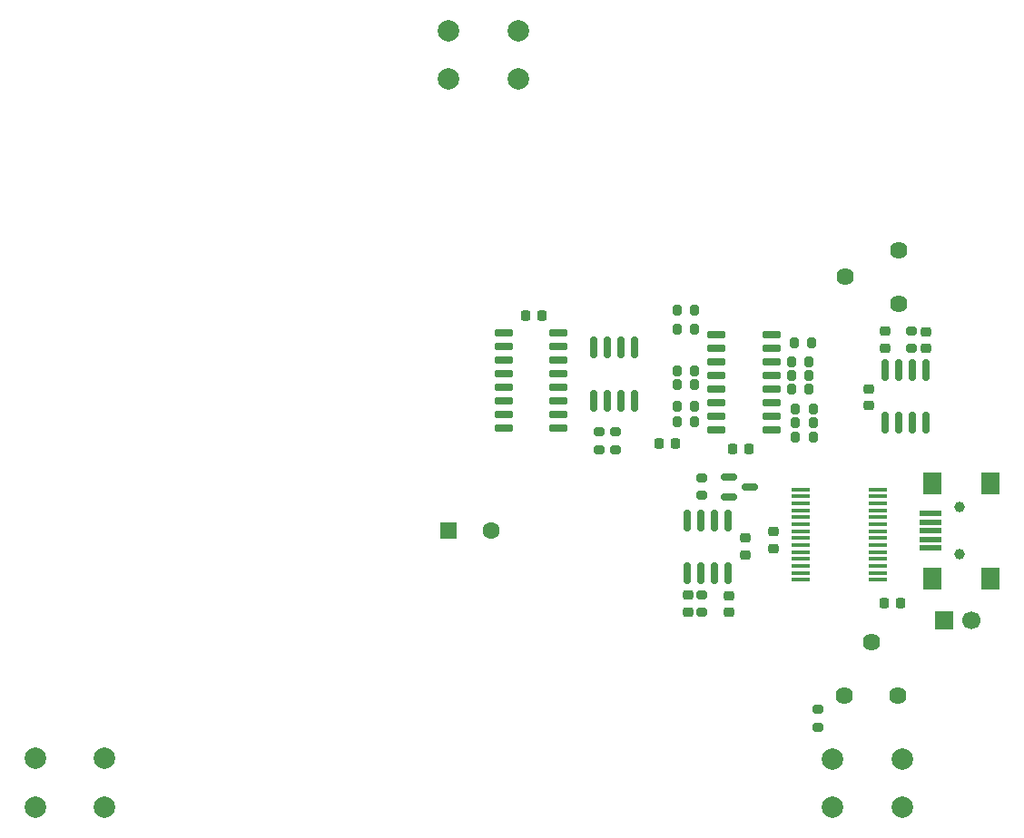
<source format=gbr>
%TF.GenerationSoftware,KiCad,Pcbnew,9.0.1*%
%TF.CreationDate,2025-05-14T21:44:34-03:00*%
%TF.ProjectId,queremate_pd_safe,71756572-656d-4617-9465-5f70645f7361,rev?*%
%TF.SameCoordinates,Original*%
%TF.FileFunction,Soldermask,Top*%
%TF.FilePolarity,Negative*%
%FSLAX46Y46*%
G04 Gerber Fmt 4.6, Leading zero omitted, Abs format (unit mm)*
G04 Created by KiCad (PCBNEW 9.0.1) date 2025-05-14 21:44:34*
%MOMM*%
%LPD*%
G01*
G04 APERTURE LIST*
G04 Aperture macros list*
%AMRoundRect*
0 Rectangle with rounded corners*
0 $1 Rounding radius*
0 $2 $3 $4 $5 $6 $7 $8 $9 X,Y pos of 4 corners*
0 Add a 4 corners polygon primitive as box body*
4,1,4,$2,$3,$4,$5,$6,$7,$8,$9,$2,$3,0*
0 Add four circle primitives for the rounded corners*
1,1,$1+$1,$2,$3*
1,1,$1+$1,$4,$5*
1,1,$1+$1,$6,$7*
1,1,$1+$1,$8,$9*
0 Add four rect primitives between the rounded corners*
20,1,$1+$1,$2,$3,$4,$5,0*
20,1,$1+$1,$4,$5,$6,$7,0*
20,1,$1+$1,$6,$7,$8,$9,0*
20,1,$1+$1,$8,$9,$2,$3,0*%
G04 Aperture macros list end*
%ADD10RoundRect,0.225000X0.225000X0.250000X-0.225000X0.250000X-0.225000X-0.250000X0.225000X-0.250000X0*%
%ADD11RoundRect,0.225000X0.250000X-0.225000X0.250000X0.225000X-0.250000X0.225000X-0.250000X-0.225000X0*%
%ADD12RoundRect,0.200000X0.275000X-0.200000X0.275000X0.200000X-0.275000X0.200000X-0.275000X-0.200000X0*%
%ADD13RoundRect,0.200000X-0.200000X-0.275000X0.200000X-0.275000X0.200000X0.275000X-0.200000X0.275000X0*%
%ADD14RoundRect,0.150000X0.150000X-0.825000X0.150000X0.825000X-0.150000X0.825000X-0.150000X-0.825000X0*%
%ADD15C,1.620000*%
%ADD16RoundRect,0.225000X-0.225000X-0.250000X0.225000X-0.250000X0.225000X0.250000X-0.225000X0.250000X0*%
%ADD17RoundRect,0.200000X0.200000X0.275000X-0.200000X0.275000X-0.200000X-0.275000X0.200000X-0.275000X0*%
%ADD18R,1.700000X1.700000*%
%ADD19C,1.700000*%
%ADD20RoundRect,0.200000X-0.275000X0.200000X-0.275000X-0.200000X0.275000X-0.200000X0.275000X0.200000X0*%
%ADD21RoundRect,0.225000X-0.250000X0.225000X-0.250000X-0.225000X0.250000X-0.225000X0.250000X0.225000X0*%
%ADD22RoundRect,0.150000X-0.725000X-0.150000X0.725000X-0.150000X0.725000X0.150000X-0.725000X0.150000X0*%
%ADD23R,1.600000X1.600000*%
%ADD24C,1.600000*%
%ADD25C,2.000000*%
%ADD26RoundRect,0.150000X-0.150000X0.825000X-0.150000X-0.825000X0.150000X-0.825000X0.150000X0.825000X0*%
%ADD27RoundRect,0.150000X0.725000X0.150000X-0.725000X0.150000X-0.725000X-0.150000X0.725000X-0.150000X0*%
%ADD28RoundRect,0.150000X-0.587500X-0.150000X0.587500X-0.150000X0.587500X0.150000X-0.587500X0.150000X0*%
%ADD29C,1.000000*%
%ADD30R,2.000000X0.500000*%
%ADD31R,1.700000X2.000000*%
%ADD32R,1.750000X0.450000*%
G04 APERTURE END LIST*
D10*
%TO.C,C7*%
X90218000Y-60325000D03*
X88668000Y-60325000D03*
%TD*%
D11*
%TO.C,C4*%
X95152000Y-76109000D03*
X95152000Y-74559000D03*
%TD*%
D12*
%TO.C,R2*%
X103530400Y-86829400D03*
X103530400Y-85179400D03*
%TD*%
D13*
%TO.C,R5*%
X101029000Y-52705000D03*
X102679000Y-52705000D03*
%TD*%
D14*
%TO.C,U2*%
X109763000Y-58417000D03*
X111033000Y-58417000D03*
X112303000Y-58417000D03*
X113573000Y-58417000D03*
X113573000Y-53467000D03*
X112303000Y-53467000D03*
X111033000Y-53467000D03*
X109763000Y-53467000D03*
%TD*%
D15*
%TO.C,RV1*%
X110993000Y-42271000D03*
X105993000Y-44771000D03*
X110993000Y-47271000D03*
%TD*%
D16*
%TO.C,C8*%
X95526000Y-60833000D03*
X97076000Y-60833000D03*
%TD*%
D17*
%TO.C,R14*%
X92011000Y-47879000D03*
X90361000Y-47879000D03*
%TD*%
D18*
%TO.C,J1*%
X115234400Y-76835400D03*
D19*
X117774400Y-76835400D03*
%TD*%
D20*
%TO.C,R1*%
X112176000Y-49813000D03*
X112176000Y-51463000D03*
%TD*%
D13*
%TO.C,R15*%
X101410000Y-59740800D03*
X103060000Y-59740800D03*
%TD*%
%TO.C,R9*%
X101029000Y-55245000D03*
X102679000Y-55245000D03*
%TD*%
%TO.C,R8*%
X101410000Y-58420000D03*
X103060000Y-58420000D03*
%TD*%
D11*
%TO.C,C6*%
X91342000Y-76051000D03*
X91342000Y-74501000D03*
%TD*%
D20*
%TO.C,R16*%
X83093000Y-59246000D03*
X83093000Y-60896000D03*
%TD*%
D17*
%TO.C,R3*%
X92011000Y-49657000D03*
X90361000Y-49657000D03*
%TD*%
D21*
%TO.C,C11*%
X99314000Y-68567000D03*
X99314000Y-70117000D03*
%TD*%
%TO.C,C1*%
X109763000Y-49863000D03*
X109763000Y-51413000D03*
%TD*%
D13*
%TO.C,R6*%
X101029000Y-53975000D03*
X102679000Y-53975000D03*
%TD*%
D17*
%TO.C,R13*%
X92011000Y-58293000D03*
X90361000Y-58293000D03*
%TD*%
D22*
%TO.C,U3*%
X74168000Y-50038000D03*
X74168000Y-51308000D03*
X74168000Y-52578000D03*
X74168000Y-53848000D03*
X74168000Y-55118000D03*
X74168000Y-56388000D03*
X74168000Y-57658000D03*
X74168000Y-58928000D03*
X79318000Y-58928000D03*
X79318000Y-57658000D03*
X79318000Y-56388000D03*
X79318000Y-55118000D03*
X79318000Y-53848000D03*
X79318000Y-52578000D03*
X79318000Y-51308000D03*
X79318000Y-50038000D03*
%TD*%
D21*
%TO.C,C2*%
X113573000Y-49898000D03*
X113573000Y-51448000D03*
%TD*%
D13*
%TO.C,R7*%
X101410000Y-57150000D03*
X103060000Y-57150000D03*
%TD*%
D23*
%TO.C,BZ1*%
X69000000Y-68500000D03*
D24*
X73000000Y-68500000D03*
%TD*%
D17*
%TO.C,R11*%
X92011000Y-53594000D03*
X90361000Y-53594000D03*
%TD*%
D25*
%TO.C,SW1*%
X69038400Y-21778400D03*
X75538400Y-21778400D03*
X69038400Y-26278400D03*
X75538400Y-26278400D03*
%TD*%
D13*
%TO.C,R4*%
X101283000Y-50927000D03*
X102933000Y-50927000D03*
%TD*%
D25*
%TO.C,SW4*%
X111352400Y-94299600D03*
X104852400Y-94299600D03*
X111352400Y-89799600D03*
X104852400Y-89799600D03*
%TD*%
D26*
%TO.C,U5*%
X95123000Y-67502000D03*
X93853000Y-67502000D03*
X92583000Y-67502000D03*
X91313000Y-67502000D03*
X91313000Y-72452000D03*
X92583000Y-72452000D03*
X93853000Y-72452000D03*
X95123000Y-72452000D03*
%TD*%
D17*
%TO.C,R10*%
X92011000Y-54864000D03*
X90361000Y-54864000D03*
%TD*%
D11*
%TO.C,C9*%
X96676000Y-70717000D03*
X96676000Y-69167000D03*
%TD*%
D27*
%TO.C,U1*%
X99187000Y-59055000D03*
X99187000Y-57785000D03*
X99187000Y-56515000D03*
X99187000Y-55245000D03*
X99187000Y-53975000D03*
X99187000Y-52705000D03*
X99187000Y-51435000D03*
X99187000Y-50165000D03*
X94037000Y-50165000D03*
X94037000Y-51435000D03*
X94037000Y-52705000D03*
X94037000Y-53975000D03*
X94037000Y-55245000D03*
X94037000Y-56515000D03*
X94037000Y-57785000D03*
X94037000Y-59055000D03*
%TD*%
D17*
%TO.C,R12*%
X92011000Y-56896000D03*
X90361000Y-56896000D03*
%TD*%
D28*
%TO.C,Q2*%
X95230500Y-63439000D03*
X95230500Y-65339000D03*
X97105500Y-64389000D03*
%TD*%
D20*
%TO.C,R20*%
X92612000Y-63528000D03*
X92612000Y-65178000D03*
%TD*%
D12*
%TO.C,R19*%
X92612000Y-76101000D03*
X92612000Y-74451000D03*
%TD*%
D21*
%TO.C,C3*%
X108239000Y-55232000D03*
X108239000Y-56782000D03*
%TD*%
D15*
%TO.C,RV2*%
X110953000Y-83881600D03*
X108453000Y-78881600D03*
X105953000Y-83881600D03*
%TD*%
D29*
%TO.C,J2*%
X116730200Y-70678400D03*
X116730200Y-66278400D03*
D30*
X114030200Y-70078400D03*
X114030200Y-69278400D03*
X114030200Y-68478400D03*
X114030200Y-67678400D03*
X114030200Y-66878400D03*
D31*
X114130200Y-72928400D03*
X119580200Y-72928400D03*
X114130200Y-64028400D03*
X119580200Y-64028400D03*
%TD*%
D32*
%TO.C,U6*%
X109111600Y-73059000D03*
X109111600Y-72409000D03*
X109111600Y-71759000D03*
X109111600Y-71109000D03*
X109111600Y-70459000D03*
X109111600Y-69809000D03*
X109111600Y-69159000D03*
X109111600Y-68509000D03*
X109111600Y-67859000D03*
X109111600Y-67209000D03*
X109111600Y-66559000D03*
X109111600Y-65909000D03*
X109111600Y-65259000D03*
X109111600Y-64609000D03*
X101911600Y-64609000D03*
X101911600Y-65259000D03*
X101911600Y-65909000D03*
X101911600Y-66559000D03*
X101911600Y-67209000D03*
X101911600Y-67859000D03*
X101911600Y-68509000D03*
X101911600Y-69159000D03*
X101911600Y-69809000D03*
X101911600Y-70459000D03*
X101911600Y-71109000D03*
X101911600Y-71759000D03*
X101911600Y-72409000D03*
X101911600Y-73059000D03*
%TD*%
D10*
%TO.C,C5*%
X77737000Y-48387000D03*
X76187000Y-48387000D03*
%TD*%
D14*
%TO.C,U4*%
X82585000Y-56323000D03*
X83855000Y-56323000D03*
X85125000Y-56323000D03*
X86395000Y-56323000D03*
X86395000Y-51373000D03*
X85125000Y-51373000D03*
X83855000Y-51373000D03*
X82585000Y-51373000D03*
%TD*%
D16*
%TO.C,C10*%
X109664200Y-75234800D03*
X111214200Y-75234800D03*
%TD*%
D12*
%TO.C,R17*%
X84617000Y-60896000D03*
X84617000Y-59246000D03*
%TD*%
D25*
%TO.C,SW2*%
X30481200Y-89748800D03*
X36981200Y-89748800D03*
X30481200Y-94248800D03*
X36981200Y-94248800D03*
%TD*%
M02*

</source>
